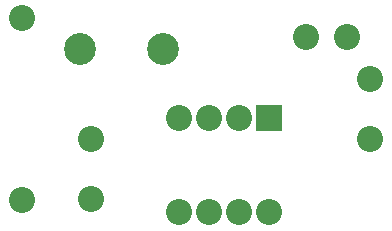
<source format=gbs>
G04 Layer_Color=16711935*
%FSLAX25Y25*%
%MOIN*%
G70*
G01*
G75*
%ADD39C,0.08674*%
%ADD40C,0.10642*%
%ADD41R,0.08674X0.08674*%
D39*
X216000Y147843D02*
D03*
Y128157D02*
D03*
X287610Y182000D02*
D03*
X301390D02*
D03*
X308874Y167842D02*
D03*
Y148158D02*
D03*
X193126Y127685D02*
D03*
Y188315D02*
D03*
X245500Y123504D02*
D03*
X255500D02*
D03*
X265500D02*
D03*
X275500D02*
D03*
X245500Y155000D02*
D03*
X255500D02*
D03*
X265500D02*
D03*
D40*
X212441Y178000D02*
D03*
X240000D02*
D03*
D41*
X275500Y155000D02*
D03*
M02*

</source>
